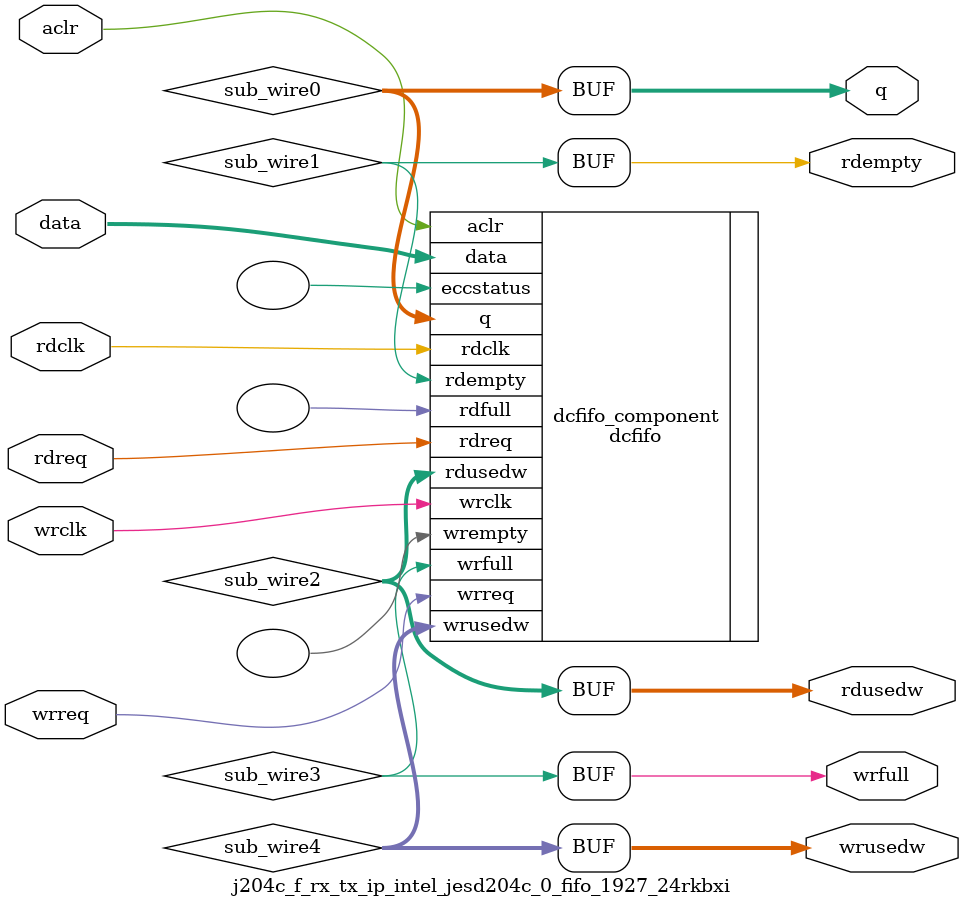
<source format=v>



`timescale 1 ps / 1 ps
// synopsys translate_on
module  j204c_f_rx_tx_ip_intel_jesd204c_0_fifo_1927_24rkbxi  (
    aclr,
    data,
    rdclk,
    rdreq,
    wrclk,
    wrreq,
    q,
    rdempty,
    rdusedw,
    wrfull,
    wrusedw);

    input    aclr;
    input  [131:0]  data;
    input    rdclk;
    input    rdreq;
    input    wrclk;
    input    wrreq;
    output [131:0]  q;
    output   rdempty;
    output [2:0]  rdusedw;
    output   wrfull;
    output [2:0]  wrusedw;
`ifndef ALTERA_RESERVED_QIS
// synopsys translate_off
`endif
    tri0     aclr;
`ifndef ALTERA_RESERVED_QIS
// synopsys translate_on
`endif

    wire [131:0] sub_wire0;
    wire  sub_wire1;
    wire [2:0] sub_wire2;
    wire  sub_wire3;
    wire [2:0] sub_wire4;
    wire [131:0] q = sub_wire0[131:0];
    wire  rdempty = sub_wire1;
    wire [2:0] rdusedw = sub_wire2[2:0];
    wire  wrfull = sub_wire3;
    wire [2:0] wrusedw = sub_wire4[2:0];

    dcfifo  dcfifo_component (
                .aclr (aclr),
                .data (data),
                .rdclk (rdclk),
                .rdreq (rdreq),
                .wrclk (wrclk),
                .wrreq (wrreq),
                .q (sub_wire0),
                .rdempty (sub_wire1),
                .rdusedw (sub_wire2),
                .wrfull (sub_wire3),
                .wrusedw (sub_wire4),
                .eccstatus (),
                .rdfull (),
                .wrempty ());
    defparam
        dcfifo_component.enable_ecc  = "FALSE",
        dcfifo_component.intended_device_family  = "Agilex 7",
        dcfifo_component.lpm_hint  = "RAM_BLOCK_TYPE=M20K,MAXIMUM_DEPTH=128,DISABLE_DCFIFO_EMBEDDED_TIMING_CONSTRAINT=TRUE",
        dcfifo_component.lpm_numwords  = 8,
        dcfifo_component.lpm_showahead  = "OFF",
        dcfifo_component.lpm_type  = "dcfifo",
        dcfifo_component.lpm_width  = 132,
        dcfifo_component.lpm_widthu  = 3,
        dcfifo_component.overflow_checking  = "ON",
        dcfifo_component.rdsync_delaypipe  = 4,
        dcfifo_component.read_aclr_synch  = "ON",
        dcfifo_component.underflow_checking  = "ON",
        dcfifo_component.use_eab  = "ON",
        dcfifo_component.write_aclr_synch  = "ON",
        dcfifo_component.wrsync_delaypipe  = 4;


endmodule



</source>
